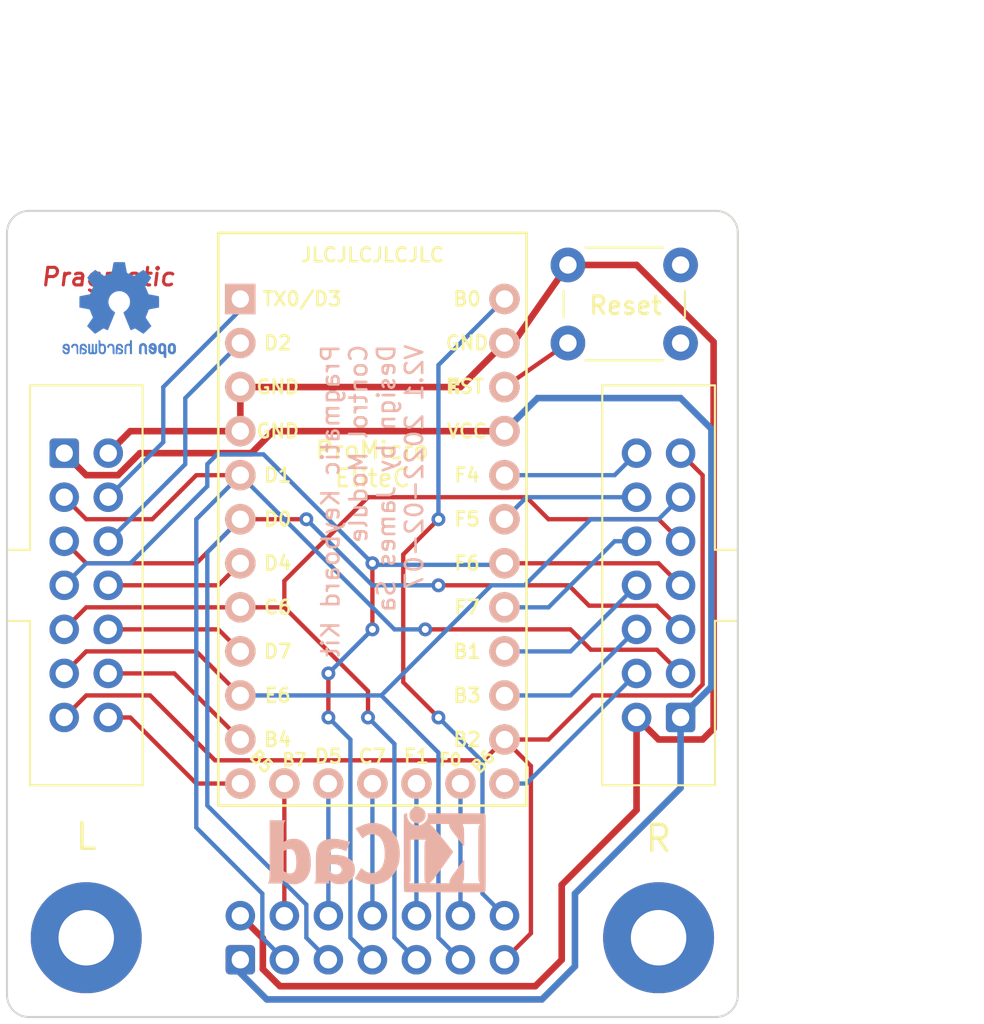
<source format=kicad_pcb>
(kicad_pcb (version 20211014) (generator pcbnew)
  (title_block (title "Pragmatic Kit - Control Module") (date "2022-02-04") (rev "V2") (company "James Sa"))
  (layers (0 "F.Cu" signal) (31 "B.Cu" signal) (34 "B.Paste" user) (35 "F.Paste" user) (36 "B.SilkS" user "B.Silkscreen") (37 "F.SilkS" user "F.Silkscreen") (38 "B.Mask" user) (39 "F.Mask" user) (44 "Edge.Cuts" user))
  (net 0 "")
  (net 1 "Row1")
  (net 2 "Col1")
  (net 3 "VCC")
  (net 4 "Col9")
  (net 5 "Col8")
  (net 6 "Col7")
  (net 7 "Row3")
  (net 8 "Row5")
  (net 9 "Row6")
  (net 10 "Row4")
  (net 11 "Col6")
  (net 12 "Col5")
  (net 13 "Col4")
  (net 14 "Col3")
  (net 15 "Col2")
  (net 16 "Row2")
  (net 17 "Reset")
  (net 18 "Col12")
  (net 19 "Col11")
  (net 20 "Col10")
  (net 21 "GND")
  (net 22 "Col13")
  (net 23 "Col14")
  (net 24 "Col15")
  (net 25 "Col16")
  (net 26 "Col17")
  (net 27 "Col18")
  (footprint "Connector_IDC:IDC-Header_2x07_P2.54mm_Vertical" (layer "F.Cu") (at 121.92 58.42)
    (fp_text reference "J1")
    (fp_text value "L")
  )
  (footprint "Connector_IDC:IDC-Header_2x07_P2.54mm_Vertical" (layer "F.Cu") (at 157.48 73.66 180)
    (fp_text reference "J2")
    (fp_text value "R")
  )
  (footprint "Button_Switch_THT:SW_PUSH_6mm" (layer "F.Cu") (at 157.48 52.07 180)
    (fp_text reference "SW1" hide)
    (fp_text value "SW_Push")
  )
  (footprint "Keyboard_Keebio-Parts:Elite-C" (layer "F.Cu") (at 139.7 63.5 -90)
    (fp_text reference "U1" hide)
    (fp_text value "ProMicro/Elite-C" hide)
  )
  (footprint "MountingHole:MountingHole_3.2mm_M3_Pad" (layer "F.Cu") (at 156.21 86.36)
    (fp_text reference "M2" hide)
    (fp_text value "MountingHole_3.2mm_M3_Pad" hide)
  )
  (footprint "Keyboard_JSA:JLC Legend" (layer "F.Cu") (at 139.7 46.99)
    (fp_text reference "L1" hide)
    (fp_text value "JLC Legend" hide)
  )
  (footprint "Connector_IDC:IDC-Header_2x07_P2.54mm_Vertical" (layer "F.Cu") (at 132.08 87.63 90)
    (fp_text reference "J3")
    (fp_text value "M")
  )
  (footprint "MountingHole:MountingHole_3.2mm_M3_Pad" (layer "F.Cu") (at 123.19 86.36)
    (fp_text reference "M1" hide)
    (fp_text value "MountingHole_3.2mm_M3_Pad" hide)
  )
  (footprint "keyboards:OSHW-Logo2_7.3x6mm_Copper" (layer "B.Cu") (at 125.095 50.165 180)
    (fp_text reference "Logo1" hide)
    (fp_text value "OSHW-Logo2_7.3x6mm_Copper" hide)
  )
  (footprint "Symbol:KiCad-Logo_5mm_SilkScreen" (layer "B.Cu") (at 139.959698 81.797938 180)
    (fp_text reference "REF**" hide)
    (fp_text value "KiCad-Logo_5mm_SilkScreen" hide)
  )
  (gr_line (start 159.512 90.932) (end 119.888 90.932) (layer "Edge.Cuts") (width 0.12))
  (gr_line (start 118.618 89.662) (end 118.618 45.72) (layer "Edge.Cuts") (width 0.12))
  (gr_arc (start 160.782 89.662) (mid 160.410026 90.560026) (end 159.512 90.932) (layer "Edge.Cuts") (width 0.12))
  (gr_arc (start 118.618 45.72) (mid 118.989974 44.821974) (end 119.888 44.45) (layer "Edge.Cuts") (width 0.12))
  (gr_line (start 119.888 44.45) (end 159.512 44.45) (layer "Edge.Cuts") (width 0.12))
  (gr_arc (start 159.512 44.45) (mid 160.410026 44.821974) (end 160.782 45.72) (layer "Edge.Cuts") (width 0.12))
  (gr_arc (start 119.888 90.932) (mid 118.989974 90.560026) (end 118.618 89.662) (layer "Edge.Cuts") (width 0.12))
  (gr_line (start 160.782 45.72) (end 160.782 89.662) (layer "Edge.Cuts") (width 0.12))
  (gr_text "Pragmatic" (at 124.46 48.26) (layer "F.Cu") (effects (font (size 1.016 1.016) (thickness 0.1778) italic)))
  (gr_text "Pragmatic Keyboard Kit\nControl Module\nDesign by James Sa\nV2.1 2022-02-07" (at 139.7 52.07 90) (layer "B.SilkS") (effects (font (size 1 1)) (justify left mirror)))
  (gr_text "ProMicro\nEliteC" (at 139.7 59.055) (layer "F.SilkS") (effects (font (size 1 1))))
  (segment (start 157.48 71.12) (end 156.114511 69.754511) (width 0.25) (layer "F.Cu") (net 1))
  (segment (start 129.54 59.69) (end 127 62.23) (width 0.25) (layer "F.Cu") (net 1))
  (segment (start 152.304511 69.754511) (end 151.13 68.58) (width 0.25) (layer "F.Cu") (net 1))
  (segment (start 123.19 62.23) (end 121.92 60.96) (width 0.25) (layer "F.Cu") (net 1))
  (segment (start 156.114511 69.754511) (end 152.304511 69.754511) (width 0.25) (layer "F.Cu") (net 1))
  (segment (start 151.13 68.58) (end 142.748 68.58) (width 0.25) (layer "F.Cu") (net 1))
  (segment (start 127 62.23) (end 123.19 62.23) (width 0.25) (layer "F.Cu") (net 1))
  (segment (start 132.08 59.69) (end 129.54 59.69) (width 0.25) (layer "F.Cu") (net 1))
  (via (at 142.748 68.58) (size 0.8) (drill 0.4) (layers "F.Cu" "B.Cu") (net 1))
  (segment (start 129.54 62.23) (end 132.08 59.69) (width 0.25) (layer "B.Cu") (net 1))
  (segment (start 132.08 59.69) (end 140.97 68.58) (width 0.25) (layer "B.Cu") (net 1))
  (segment (start 134.62 87.63) (end 133.35 86.36) (width 0.25) (layer "B.Cu") (net 1))
  (segment (start 129.54 80.01) (end 129.54 62.23) (width 0.25) (layer "B.Cu") (net 1))
  (segment (start 133.35 86.36) (end 133.35 83.82) (width 0.25) (layer "B.Cu") (net 1))
  (segment (start 140.97 68.58) (end 142.748 68.58) (width 0.25) (layer "B.Cu") (net 1))
  (segment (start 133.35 83.82) (end 129.54 80.01) (width 0.25) (layer "B.Cu") (net 1))
  (segment (start 132.08 50.165) (end 127.635 54.61) (width 0.25) (layer "B.Cu") (net 2))
  (segment (start 127.635 57.785) (end 124.46 60.96) (width 0.25) (layer "B.Cu") (net 2))
  (segment (start 127.635 54.61) (end 127.635 57.785) (width 0.25) (layer "B.Cu") (net 2))
  (segment (start 133.985 57.15) (end 132.715 58.42) (width 0.381) (layer "F.Cu") (net 3))
  (segment (start 132.715 58.42) (end 126.28932 58.42) (width 0.381) (layer "F.Cu") (net 3))
  (segment (start 125.01932 59.69) (end 123.19 59.69) (width 0.381) (layer "F.Cu") (net 3))
  (segment (start 123.19 59.69) (end 121.92 58.42) (width 0.381) (layer "F.Cu") (net 3))
  (segment (start 147.32 57.15) (end 133.985 57.15) (width 0.381) (layer "F.Cu") (net 3))
  (segment (start 126.28932 58.42) (end 125.01932 59.69) (width 0.381) (layer "F.Cu") (net 3))
  (segment (start 151.384 88.011) (end 149.479 89.916) (width 0.381) (layer "B.Cu") (net 3))
  (segment (start 149.225 55.245) (end 157.48 55.245) (width 0.381) (layer "B.Cu") (net 3))
  (segment (start 133.604 89.916) (end 132.08 88.392) (width 0.381) (layer "B.Cu") (net 3))
  (segment (start 147.32 57.15) (end 149.225 55.245) (width 0.381) (layer "B.Cu") (net 3))
  (segment (start 132.08 88.392) (end 132.08 87.63) (width 0.381) (layer "B.Cu") (net 3))
  (segment (start 159.258 57.023) (end 159.258 71.882) (width 0.381) (layer "B.Cu") (net 3))
  (segment (start 159.258 71.882) (end 157.48 73.66) (width 0.381) (layer "B.Cu") (net 3))
  (segment (start 149.479 89.916) (end 133.604 89.916) (width 0.381) (layer "B.Cu") (net 3))
  (segment (start 157.48 73.66) (end 157.48 77.724) (width 0.381) (layer "B.Cu") (net 3))
  (segment (start 157.48 55.245) (end 159.258 57.023) (width 0.381) (layer "B.Cu") (net 3))
  (segment (start 151.384 83.82) (end 151.384 88.011) (width 0.381) (layer "B.Cu") (net 3))
  (segment (start 157.48 77.724) (end 151.384 83.82) (width 0.381) (layer "B.Cu") (net 3))
  (segment (start 151.13 69.85) (end 147.32 69.85) (width 0.25) (layer "B.Cu") (net 4))
  (segment (start 154.94 66.04) (end 151.13 69.85) (width 0.25) (layer "B.Cu") (net 4))
  (segment (start 154.94 68.58) (end 151.13 72.39) (width 0.25) (layer "B.Cu") (net 5))
  (segment (start 151.13 72.39) (end 147.32 72.39) (width 0.25) (layer "B.Cu") (net 5))
  (segment (start 148.59 77.47) (end 147.32 77.47) (width 0.25) (layer "B.Cu") (net 6))
  (segment (start 154.94 71.12) (end 148.59 77.47) (width 0.25) (layer "B.Cu") (net 6))
  (segment (start 147.32 64.77) (end 156.21 64.77) (width 0.25) (layer "F.Cu") (net 7))
  (segment (start 156.21 64.77) (end 157.48 66.04) (width 0.25) (layer "F.Cu") (net 7))
  (segment (start 139.7 64.77) (end 139.7 68.58) (width 0.25) (layer "F.Cu") (net 7))
  (segment (start 137.16 71.119998) (end 137.16 73.66) (width 0.25) (layer "F.Cu") (net 7))
  (via (at 137.16 71.119998) (size 0.8) (drill 0.4) (layers "F.Cu" "B.Cu") (net 7))
  (via (at 137.16 73.66) (size 0.8) (drill 0.4) (layers "F.Cu" "B.Cu") (net 7))
  (via (at 139.7 68.58) (size 0.8) (drill 0.4) (layers "F.Cu" "B.Cu") (net 7))
  (via (at 139.7 64.77) (size 0.8) (drill 0.4) (layers "F.Cu" "B.Cu") (net 7))
  (segment (start 130.740811 58.489189) (end 133.419189 58.489189) (width 0.25) (layer "B.Cu") (net 7))
  (segment (start 138.43 86.36) (end 138.43 74.93) (width 0.25) (layer "B.Cu") (net 7))
  (segment (start 133.419189 58.489189) (end 139.789501 64.859501) (width 0.25) (layer "B.Cu") (net 7))
  (segment (start 125.73 64.77) (end 130.175 60.325) (width 0.25) (layer "B.Cu") (net 7))
  (segment (start 139.7 87.63) (end 138.43 86.36) (width 0.25) (layer "B.Cu") (net 7))
  (segment (start 130.175 60.325) (end 130.175 59.055) (width 0.25) (layer "B.Cu") (net 7))
  (segment (start 121.92 66.04) (end 123.19 64.77) (width 0.25) (layer "B.Cu") (net 7))
  (segment (start 130.175 59.055) (end 130.740811 58.489189) (width 0.25) (layer "B.Cu") (net 7))
  (segment (start 138.43 74.93) (end 137.16 73.66) (width 0.25) (layer "B.Cu") (net 7))
  (segment (start 123.19 64.77) (end 125.73 64.77) (width 0.25) (layer "B.Cu") (net 7))
  (segment (start 139.7 68.58) (end 137.16 71.119998) (width 0.25) (layer "B.Cu") (net 7))
  (segment (start 139.789501 64.859501) (end 147.230499 64.859501) (width 0.25) (layer "B.Cu") (net 7))
  (segment (start 132.08 72.39) (end 129.54 69.85) (width 0.25) (layer "F.Cu") (net 8))
  (segment (start 123.19 69.85) (end 121.92 71.12) (width 0.25) (layer "F.Cu") (net 8))
  (segment (start 129.54 69.85) (end 123.19 69.85) (width 0.25) (layer "F.Cu") (net 8))
  (segment (start 152.296602 62.23) (end 148.486602 66.04) (width 0.25) (layer "B.Cu") (net 8))
  (segment (start 144.78 87.63) (end 143.51 86.36) (width 0.25) (layer "B.Cu") (net 8))
  (segment (start 148.486602 66.04) (end 146.5623 66.04) (width 0.25) (layer "B.Cu") (net 8))
  (segment (start 146.5623 66.04) (end 140.2123 72.39) (width 0.25) (layer "B.Cu") (net 8))
  (segment (start 143.51 75.692) (end 140.208 72.39) (width 0.25) (layer "B.Cu") (net 8))
  (segment (start 132.08 72.39) (end 140.2123 72.39) (width 0.25) (layer "B.Cu") (net 8))
  (segment (start 157.48 60.96) (end 156.21 62.23) (width 0.25) (layer "B.Cu") (net 8))
  (segment (start 143.51 86.36) (end 143.51 75.692) (width 0.25) (layer "B.Cu") (net 8))
  (segment (start 156.21 62.23) (end 152.296602 62.23) (width 0.25) (layer "B.Cu") (net 8))
  (segment (start 149.86 74.93) (end 147.32 74.93) (width 0.25) (layer "F.Cu") (net 9))
  (segment (start 146.119189 76.130811) (end 130.618816 76.130811) (width 0.25) (layer "F.Cu") (net 9))
  (segment (start 157.48 58.42) (end 158.75 59.69) (width 0.25) (layer "F.Cu") (net 9))
  (segment (start 158.115 72.39) (end 152.4 72.39) (width 0.25) (layer "F.Cu") (net 9))
  (segment (start 152.4 72.39) (end 149.86 74.93) (width 0.25) (layer "F.Cu") (net 9))
  (segment (start 130.618816 76.130811) (end 126.878005 72.39) (width 0.25) (layer "F.Cu") (net 9))
  (segment (start 158.75 71.755) (end 158.115 72.39) (width 0.25) (layer "F.Cu") (net 9))
  (segment (start 148.844 76.454) (end 147.32 74.93) (width 0.25) (layer "F.Cu") (net 9))
  (segment (start 123.19 72.39) (end 121.92 73.66) (width 0.25) (layer "F.Cu") (net 9))
  (segment (start 148.844 86.106) (end 148.844 76.454) (width 0.25) (layer "F.Cu") (net 9))
  (segment (start 147.32 87.63) (end 148.844 86.106) (width 0.25) (layer "F.Cu") (net 9))
  (segment (start 147.32 74.93) (end 146.119189 76.130811) (width 0.25) (layer "F.Cu") (net 9))
  (segment (start 158.75 59.69) (end 158.75 71.755) (width 0.25) (layer "F.Cu") (net 9))
  (segment (start 126.878005 72.39) (end 123.19 72.39) (width 0.25) (layer "F.Cu") (net 9))
  (segment (start 156.21 62.23) (end 149.86 62.23) (width 0.25) (layer "F.Cu") (net 10))
  (segment (start 134.62 65.786) (end 134.62 67.31) (width 0.25) (layer "F.Cu") (net 10))
  (segment (start 123.19 67.31) (end 121.92 68.58) (width 0.25) (layer "F.Cu") (net 10))
  (segment (start 148.59 60.96) (end 139.446 60.96) (width 0.25) (layer "F.Cu") (net 10))
  (segment (start 132.08 67.31) (end 123.19 67.31) (width 0.25) (layer "F.Cu") (net 10))
  (segment (start 139.446 72.136) (end 139.446 73.66) (width 0.25) (layer "F.Cu") (net 10))
  (segment (start 149.86 62.23) (end 148.59 60.96) (width 0.25) (layer "F.Cu") (net 10))
  (segment (start 134.62 67.31) (end 132.08 67.31) (width 0.25) (layer "F.Cu") (net 10))
  (segment (start 139.446 60.96) (end 134.62 65.786) (width 0.25) (layer "F.Cu") (net 10))
  (segment (start 134.62 67.31) (end 139.446 72.136) (width 0.25) (layer "F.Cu") (net 10))
  (segment (start 157.48 63.5) (end 156.21 62.23) (width 0.25) (layer "F.Cu") (net 10))
  (via (at 139.446 73.66) (size 0.8) (drill 0.4) (layers "F.Cu" "B.Cu") (net 10))
  (segment (start 142.24 87.63) (end 140.97 86.36) (width 0.25) (layer "B.Cu") (net 10))
  (segment (start 140.97 75.184) (end 139.446 73.66) (width 0.25) (layer "B.Cu") (net 10))
  (segment (start 140.97 86.36) (end 140.97 75.184) (width 0.25) (layer "B.Cu") (net 10))
  (segment (start 125.73 73.66) (end 124.46 73.66) (width 0.25) (layer "F.Cu") (net 11))
  (segment (start 132.08 77.47) (end 129.54 77.47) (width 0.25) (layer "F.Cu") (net 11))
  (segment (start 129.54 77.47) (end 125.73 73.66) (width 0.25) (layer "F.Cu") (net 11))
  (segment (start 132.08 74.93) (end 128.27 71.12) (width 0.25) (layer "F.Cu") (net 12))
  (segment (start 128.27 71.12) (end 124.46 71.12) (width 0.25) (layer "F.Cu") (net 12))
  (segment (start 132.08 69.85) (end 130.81 68.58) (width 0.25) (layer "F.Cu") (net 13))
  (segment (start 130.81 68.58) (end 124.46 68.58) (width 0.25) (layer "F.Cu") (net 13))
  (segment (start 130.81 66.04) (end 124.46 66.04) (width 0.25) (layer "F.Cu") (net 14))
  (segment (start 132.08 64.77) (end 130.81 66.04) (width 0.25) (layer "F.Cu") (net 14))
  (segment (start 128.905 55.245) (end 128.905 59.055) (width 0.25) (layer "B.Cu") (net 15))
  (segment (start 132.08 52.07) (end 128.905 55.245) (width 0.25) (layer "B.Cu") (net 15))
  (segment (start 128.905 59.055) (end 124.46 63.5) (width 0.25) (layer "B.Cu") (net 15))
  (segment (start 156.114511 67.214511) (end 152.201113 67.214511) (width 0.25) (layer "F.Cu") (net 16))
  (segment (start 157.48 68.58) (end 156.114511 67.214511) (width 0.25) (layer "F.Cu") (net 16))
  (segment (start 132.08 62.23) (end 135.89 62.23) (width 0.25) (layer "F.Cu") (net 16))
  (segment (start 129.54 64.77) (end 123.19 64.77) (width 0.25) (layer "F.Cu") (net 16))
  (segment (start 123.19 64.77) (end 121.92 63.5) (width 0.25) (layer "F.Cu") (net 16))
  (segment (start 132.08 62.23) (end 129.54 64.77) (width 0.25) (layer "F.Cu") (net 16))
  (segment (start 152.201113 67.214511) (end 151.026602 66.04) (width 0.25) (layer "F.Cu") (net 16))
  (segment (start 151.026602 66.04) (end 143.51 66.04) (width 0.25) (layer "F.Cu") (net 16))
  (via (at 143.51 66.04) (size 0.8) (drill 0.4) (layers "F.Cu" "B.Cu") (net 16))
  (via (at 135.89 62.23) (size 0.8) (drill 0.4) (layers "F.Cu" "B.Cu") (net 16))
  (segment (start 135.89 84.455) (end 130.175 78.74) (width 0.25) (layer "B.Cu") (net 16))
  (segment (start 130.175 78.74) (end 130.175 64.135) (width 0.25) (layer "B.Cu") (net 16))
  (segment (start 135.89 62.23) (end 139.7 66.04) (width 0.25) (layer "B.Cu") (net 16))
  (segment (start 130.175 64.135) (end 132.08 62.23) (width 0.25) (layer "B.Cu") (net 16))
  (segment (start 137.16 87.63) (end 135.89 86.36) (width 0.25) (layer "B.Cu") (net 16))
  (segment (start 139.7 66.04) (end 143.51 66.04) (width 0.25) (layer "B.Cu") (net 16))
  (segment (start 135.89 86.36) (end 135.89 84.455) (width 0.25) (layer "B.Cu") (net 16))
  (segment (start 150.98 52.07) (end 147.32 54.61) (width 0.25) (layer "F.Cu") (net 17))
  (segment (start 154.94 58.42) (end 153.67 59.69) (width 0.25) (layer "B.Cu") (net 18))
  (segment (start 153.67 59.69) (end 147.32 59.69) (width 0.25) (layer "B.Cu") (net 18))
  (segment (start 148.59 60.96) (end 147.32 62.23) (width 0.25) (layer "B.Cu") (net 19))
  (segment (start 154.94 60.96) (end 148.59 60.96) (width 0.25) (layer "B.Cu") (net 19))
  (segment (start 149.86 67.31) (end 147.32 67.31) (width 0.25) (layer "B.Cu") (net 20))
  (segment (start 153.67 63.5) (end 149.86 67.31) (width 0.25) (layer "B.Cu") (net 20))
  (segment (start 154.94 63.5) (end 153.67 63.5) (width 0.25) (layer "B.Cu") (net 20))
  (segment (start 158.75 74.93) (end 156.21 74.93) (width 0.381) (layer "F.Cu") (net 21))
  (segment (start 150.622 87.63) (end 149.098 89.154) (width 0.381) (layer "F.Cu") (net 21))
  (segment (start 134.366 89.154) (end 133.379989 88.167989) (width 0.381) (layer "F.Cu") (net 21))
  (segment (start 156.21 74.93) (end 154.94 73.66) (width 0.381) (layer "F.Cu") (net 21))
  (segment (start 149.098 89.154) (end 134.366 89.154) (width 0.381) (layer "F.Cu") (net 21))
  (segment (start 132.08 54.61) (end 144.78 54.61) (width 0.381) (layer "F.Cu") (net 21))
  (segment (start 132.08 57.15) (end 125.73 57.15) (width 0.381) (layer "F.Cu") (net 21))
  (segment (start 154.94 78.994) (end 150.622 83.312) (width 0.381) (layer "F.Cu") (net 21))
  (segment (start 159.385 74.295) (end 158.75 74.93) (width 0.381) (layer "F.Cu") (net 21))
  (segment (start 154.945774 47.57) (end 159.385 52.009226) (width 0.381) (layer "F.Cu") (net 21))
  (segment (start 133.379989 88.167989) (end 133.379989 86.389989) (width 0.381) (layer "F.Cu") (net 21))
  (segment (start 159.385 52.009226) (end 159.385 74.295) (width 0.381) (layer "F.Cu") (net 21))
  (segment (start 132.08 57.15) (end 132.08 54.61) (width 0.381) (layer "F.Cu") (net 21))
  (segment (start 150.622 83.312) (end 150.622 87.63) (width 0.381) (layer "F.Cu") (net 21))
  (segment (start 125.73 57.15) (end 124.46 58.42) (width 0.381) (layer "F.Cu") (net 21))
  (segment (start 147.828 52.07) (end 150.98 47.57) (width 0.381) (layer "F.Cu") (net 21))
  (segment (start 133.379989 86.389989) (end 132.08 85.09) (width 0.381) (layer "F.Cu") (net 21))
  (segment (start 150.98 47.57) (end 154.945774 47.57) (width 0.381) (layer "F.Cu") (net 21))
  (segment (start 154.94 73.66) (end 154.94 78.994) (width 0.381) (layer "F.Cu") (net 21))
  (segment (start 144.78 54.61) (end 147.32 52.07) (width 0.381) (layer "F.Cu") (net 21))
  (segment (start 134.62 85.09) (end 134.62 77.47) (width 0.25) (layer "F.Cu") (net 22))
  (segment (start 137.16 85.09) (end 137.16 77.47) (width 0.25) (layer "B.Cu") (net 23))
  (segment (start 139.7 85.09) (end 139.7 77.47) (width 0.25) (layer "B.Cu") (net 24))
  (segment (start 142.24 85.09) (end 142.24 77.47) (width 0.25) (layer "B.Cu") (net 25))
  (segment (start 144.78 85.09) (end 144.78 77.47) (width 0.25) (layer "B.Cu") (net 26))
  (segment (start 141.478 64.262) (end 141.478 71.628) (width 0.25) (layer "F.Cu") (net 27))
  (segment (start 141.478 71.628) (end 143.51 73.66) (width 0.25) (layer "F.Cu") (net 27))
  (segment (start 143.51 62.23) (end 141.478 64.262) (width 0.25) (layer "F.Cu") (net 27))
  (via (at 143.51 62.23) (size 0.8) (drill 0.4) (layers "F.Cu" "B.Cu") (net 27))
  (via (at 143.51 73.66) (size 0.8) (drill 0.4) (layers "F.Cu" "B.Cu") (net 27))
  (segment (start 147.32 49.53) (end 143.51 53.34) (width 0.25) (layer "B.Cu") (net 27))
  (segment (start 143.51 53.34) (end 143.51 62.23) (width 0.25) (layer "B.Cu") (net 27))
  (segment (start 146.05 83.82) (end 146.05 76.2) (width 0.25) (layer "B.Cu") (net 27))
  (segment (start 146.05 76.2) (end 143.51 73.66) (width 0.25) (layer "B.Cu") (net 27))
  (segment (start 147.32 85.09) (end 146.05 83.82) (width 0.25) (layer "B.Cu") (net 27))
)
</source>
